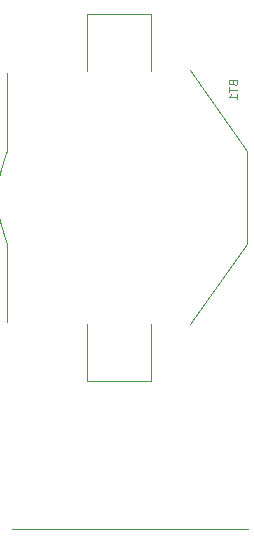
<source format=gbr>
G04 #@! TF.GenerationSoftware,KiCad,Pcbnew,(5.1.2-1)-1*
G04 #@! TF.CreationDate,2021-04-07T08:52:45+02:00*
G04 #@! TF.ProjectId,parasite,70617261-7369-4746-952e-6b696361645f,1.0.0*
G04 #@! TF.SameCoordinates,Original*
G04 #@! TF.FileFunction,Legend,Bot*
G04 #@! TF.FilePolarity,Positive*
%FSLAX46Y46*%
G04 Gerber Fmt 4.6, Leading zero omitted, Abs format (unit mm)*
G04 Created by KiCad (PCBNEW (5.1.2-1)-1) date 2021-04-07 08:52:45*
%MOMM*%
%LPD*%
G04 APERTURE LIST*
%ADD10C,0.120000*%
G04 APERTURE END LIST*
D10*
X58000000Y-83000000D02*
X78000000Y-83000000D01*
X73150000Y-44100000D02*
X77950000Y-50950000D01*
X77950000Y-50950000D02*
X77950000Y-58850000D01*
X77950000Y-58850000D02*
X73150000Y-65650000D01*
X57600000Y-44350000D02*
X57600000Y-51050000D01*
X57598536Y-51053615D02*
G75*
G03X57600000Y-58750000I9501464J-3846385D01*
G01*
X57600000Y-65450000D02*
X57600000Y-58750000D01*
X64350000Y-44150000D02*
X64350000Y-39350000D01*
X64350000Y-39350000D02*
X69850000Y-39350000D01*
X69850000Y-39350000D02*
X69850000Y-44150000D01*
X69850000Y-65650000D02*
X69850000Y-70450000D01*
X69850000Y-70450000D02*
X64350000Y-70450000D01*
X64350000Y-70450000D02*
X64350000Y-65650000D01*
X76750000Y-45200000D02*
X76783333Y-45300000D01*
X76816666Y-45333333D01*
X76883333Y-45366666D01*
X76983333Y-45366666D01*
X77050000Y-45333333D01*
X77083333Y-45300000D01*
X77116666Y-45233333D01*
X77116666Y-44966666D01*
X76416666Y-44966666D01*
X76416666Y-45200000D01*
X76450000Y-45266666D01*
X76483333Y-45300000D01*
X76550000Y-45333333D01*
X76616666Y-45333333D01*
X76683333Y-45300000D01*
X76716666Y-45266666D01*
X76750000Y-45200000D01*
X76750000Y-44966666D01*
X76416666Y-45566666D02*
X76416666Y-45966666D01*
X77116666Y-45766666D02*
X76416666Y-45766666D01*
X77116666Y-46566666D02*
X77116666Y-46166666D01*
X77116666Y-46366666D02*
X76416666Y-46366666D01*
X76516666Y-46300000D01*
X76583333Y-46233333D01*
X76616666Y-46166666D01*
M02*

</source>
